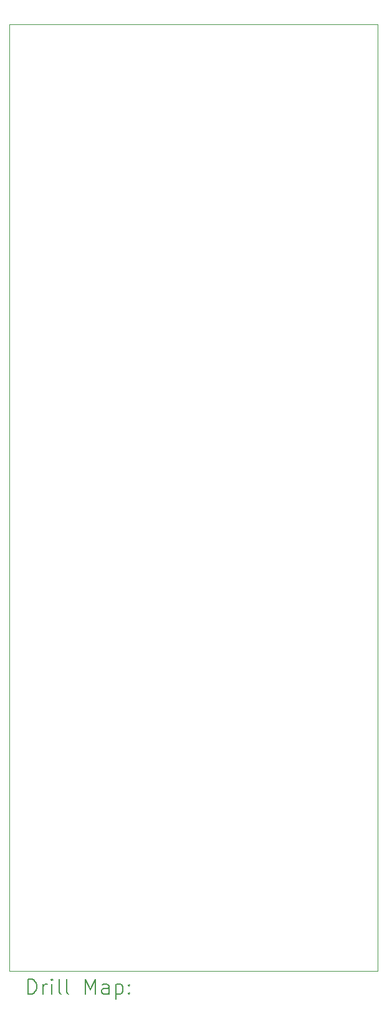
<source format=gbr>
%FSLAX45Y45*%
G04 Gerber Fmt 4.5, Leading zero omitted, Abs format (unit mm)*
G04 Created by KiCad (PCBNEW (6.0.6)) date 2022-11-23 19:00:33*
%MOMM*%
%LPD*%
G01*
G04 APERTURE LIST*
%TA.AperFunction,Profile*%
%ADD10C,0.050000*%
%TD*%
%ADD11C,0.200000*%
G04 APERTURE END LIST*
D10*
X15300000Y-2700000D02*
X15300000Y-15550000D01*
X10300000Y-2700000D02*
X10300000Y-15550000D01*
X15300000Y-15550000D02*
X10300000Y-15550000D01*
X10300000Y-2700000D02*
X15300000Y-2700000D01*
D11*
X10555119Y-15862976D02*
X10555119Y-15662976D01*
X10602738Y-15662976D01*
X10631309Y-15672500D01*
X10650357Y-15691548D01*
X10659881Y-15710595D01*
X10669405Y-15748690D01*
X10669405Y-15777262D01*
X10659881Y-15815357D01*
X10650357Y-15834405D01*
X10631309Y-15853452D01*
X10602738Y-15862976D01*
X10555119Y-15862976D01*
X10755119Y-15862976D02*
X10755119Y-15729643D01*
X10755119Y-15767738D02*
X10764643Y-15748690D01*
X10774167Y-15739167D01*
X10793214Y-15729643D01*
X10812262Y-15729643D01*
X10878928Y-15862976D02*
X10878928Y-15729643D01*
X10878928Y-15662976D02*
X10869405Y-15672500D01*
X10878928Y-15682024D01*
X10888452Y-15672500D01*
X10878928Y-15662976D01*
X10878928Y-15682024D01*
X11002738Y-15862976D02*
X10983690Y-15853452D01*
X10974167Y-15834405D01*
X10974167Y-15662976D01*
X11107500Y-15862976D02*
X11088452Y-15853452D01*
X11078928Y-15834405D01*
X11078928Y-15662976D01*
X11336071Y-15862976D02*
X11336071Y-15662976D01*
X11402738Y-15805833D01*
X11469405Y-15662976D01*
X11469405Y-15862976D01*
X11650357Y-15862976D02*
X11650357Y-15758214D01*
X11640833Y-15739167D01*
X11621786Y-15729643D01*
X11583690Y-15729643D01*
X11564643Y-15739167D01*
X11650357Y-15853452D02*
X11631309Y-15862976D01*
X11583690Y-15862976D01*
X11564643Y-15853452D01*
X11555119Y-15834405D01*
X11555119Y-15815357D01*
X11564643Y-15796309D01*
X11583690Y-15786786D01*
X11631309Y-15786786D01*
X11650357Y-15777262D01*
X11745595Y-15729643D02*
X11745595Y-15929643D01*
X11745595Y-15739167D02*
X11764643Y-15729643D01*
X11802738Y-15729643D01*
X11821786Y-15739167D01*
X11831309Y-15748690D01*
X11840833Y-15767738D01*
X11840833Y-15824881D01*
X11831309Y-15843928D01*
X11821786Y-15853452D01*
X11802738Y-15862976D01*
X11764643Y-15862976D01*
X11745595Y-15853452D01*
X11926547Y-15843928D02*
X11936071Y-15853452D01*
X11926547Y-15862976D01*
X11917024Y-15853452D01*
X11926547Y-15843928D01*
X11926547Y-15862976D01*
X11926547Y-15739167D02*
X11936071Y-15748690D01*
X11926547Y-15758214D01*
X11917024Y-15748690D01*
X11926547Y-15739167D01*
X11926547Y-15758214D01*
M02*

</source>
